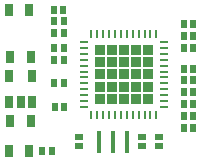
<source format=gbr>
G04 #@! TF.GenerationSoftware,KiCad,Pcbnew,no-vcs-found-826efab~61~ubuntu16.04.1*
G04 #@! TF.CreationDate,2018-02-09T13:34:48+01:00*
G04 #@! TF.ProjectId,ubmp_v1r1,75626D705F763172312E6B696361645F,rev?*
G04 #@! TF.SameCoordinates,Original*
G04 #@! TF.FileFunction,Paste,Top*
G04 #@! TF.FilePolarity,Positive*
%FSLAX46Y46*%
G04 Gerber Fmt 4.6, Leading zero omitted, Abs format (unit mm)*
G04 Created by KiCad (PCBNEW no-vcs-found-826efab~61~ubuntu16.04.1) date Fri Feb  9 13:34:48 2018*
%MOMM*%
%LPD*%
G01*
G04 APERTURE LIST*
%ADD10R,0.650000X0.575000*%
%ADD11R,0.575000X0.650000*%
%ADD12R,0.670000X1.000000*%
%ADD13R,0.250000X0.700000*%
%ADD14R,0.700000X0.250000*%
%ADD15R,0.830000X0.830000*%
%ADD16R,0.650000X1.060000*%
%ADD17O,0.400000X1.900000*%
G04 APERTURE END LIST*
D10*
X106000000Y-111587500D03*
X106000000Y-110812500D03*
D11*
X97112500Y-103300000D03*
X97887500Y-103300000D03*
X97900000Y-108250000D03*
X97125000Y-108250000D03*
X108887500Y-103250000D03*
X108112500Y-103250000D03*
D12*
X95125000Y-109400000D03*
X93375000Y-109400000D03*
X95125000Y-104000000D03*
X93375000Y-104000000D03*
X93250000Y-112000000D03*
X95000000Y-112000000D03*
X95000000Y-100000000D03*
X93250000Y-100000000D03*
D11*
X96875000Y-112000000D03*
X96100000Y-112000000D03*
X97875000Y-100000000D03*
X97100000Y-100000000D03*
X108112500Y-110000000D03*
X108887500Y-110000000D03*
X108887500Y-109000000D03*
X108112500Y-109000000D03*
X108887500Y-106000000D03*
X108112500Y-106000000D03*
D10*
X104500000Y-110812500D03*
X104500000Y-111587500D03*
D11*
X97112500Y-106200000D03*
X97887500Y-106200000D03*
D10*
X99200000Y-111587500D03*
X99200000Y-110812500D03*
D11*
X108112500Y-105000000D03*
X108887500Y-105000000D03*
X108112500Y-101250000D03*
X108887500Y-101250000D03*
X108112500Y-108000000D03*
X108887500Y-108000000D03*
X108887500Y-107000000D03*
X108112500Y-107000000D03*
X108887500Y-102250000D03*
X108112500Y-102250000D03*
X97112500Y-104300000D03*
X97887500Y-104300000D03*
X97887500Y-101000000D03*
X97112500Y-101000000D03*
X97112500Y-102000000D03*
X97887500Y-102000000D03*
D13*
X100250000Y-108900000D03*
X100750000Y-108900000D03*
X101250000Y-108900000D03*
X101750000Y-108900000D03*
X102250000Y-108900000D03*
X102750000Y-108900000D03*
X103250000Y-108900000D03*
X103750000Y-108900000D03*
X104250000Y-108900000D03*
X104750000Y-108900000D03*
X105250000Y-108900000D03*
X105750000Y-108900000D03*
D14*
X106400000Y-108250000D03*
X106400000Y-107750000D03*
X106400000Y-107250000D03*
X106400000Y-106750000D03*
X106400000Y-106250000D03*
X106400000Y-105750000D03*
X106400000Y-105250000D03*
X106400000Y-104750000D03*
X106400000Y-104250000D03*
X106400000Y-103750000D03*
X106400000Y-103250000D03*
X106400000Y-102750000D03*
D13*
X105750000Y-102100000D03*
X105250000Y-102100000D03*
X104750000Y-102100000D03*
X104250000Y-102100000D03*
X103750000Y-102100000D03*
X103250000Y-102100000D03*
X102750000Y-102100000D03*
X102250000Y-102100000D03*
X101750000Y-102100000D03*
X101250000Y-102100000D03*
X100750000Y-102100000D03*
X100250000Y-102100000D03*
D14*
X99600000Y-102750000D03*
X99600000Y-103250000D03*
X99600000Y-103750000D03*
X99600000Y-104250000D03*
X99600000Y-104750000D03*
X99600000Y-105250000D03*
X99600000Y-105750000D03*
X99600000Y-106250000D03*
X99600000Y-106750000D03*
X99600000Y-107250000D03*
X99600000Y-107750000D03*
X99600000Y-108250000D03*
D15*
X105060000Y-103440000D03*
X105060000Y-104470000D03*
X105060000Y-105500000D03*
X105060000Y-106530000D03*
X105060000Y-107560000D03*
X104030000Y-107560000D03*
X104030000Y-106530000D03*
X104030000Y-105500000D03*
X104030000Y-104470000D03*
X104030000Y-103440000D03*
X103000000Y-107560000D03*
X103000000Y-106530000D03*
X103000000Y-105500000D03*
X103000000Y-104470000D03*
X103000000Y-103440000D03*
X101970000Y-107560000D03*
X101970000Y-106530000D03*
X101970000Y-105500000D03*
X101970000Y-104470000D03*
X101970000Y-103440000D03*
X100940000Y-107560000D03*
X100940000Y-106530000D03*
X100940000Y-105500000D03*
X100940000Y-104470000D03*
X100940000Y-103440000D03*
D16*
X93300000Y-107800000D03*
X94250000Y-107800000D03*
X95200000Y-107800000D03*
X95200000Y-105600000D03*
X93300000Y-105600000D03*
D17*
X100900000Y-111200000D03*
X102100000Y-111200000D03*
X103300000Y-111200000D03*
M02*

</source>
